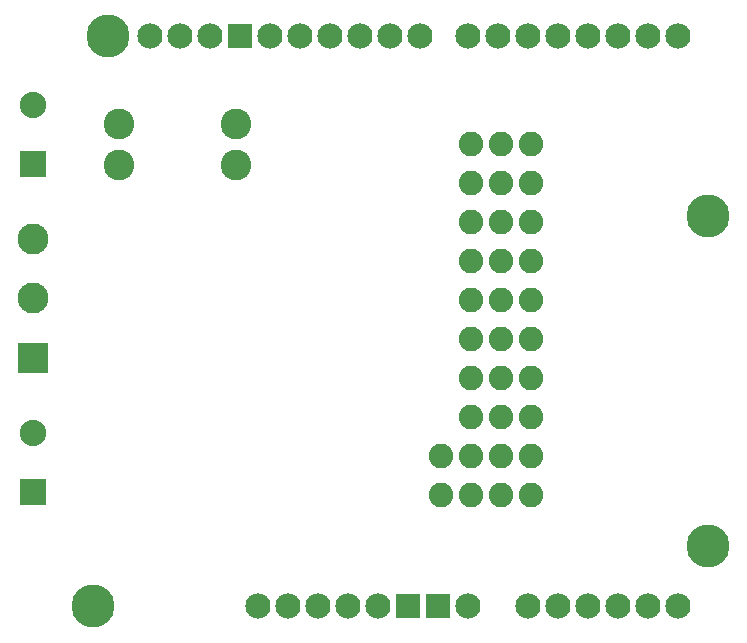
<source format=gbs>
G75*
%MOIN*%
%OFA0B0*%
%FSLAX25Y25*%
%IPPOS*%
%LPD*%
%AMOC8*
5,1,8,0,0,1.08239X$1,22.5*
%
%ADD10R,0.08800X0.08800*%
%ADD11C,0.08800*%
%ADD12C,0.08200*%
%ADD13R,0.10300X0.10300*%
%ADD14C,0.10300*%
%ADD15C,0.08400*%
%ADD16R,0.08400X0.08400*%
%ADD17C,0.14300*%
%ADD18C,0.10250*%
D10*
X0041300Y0061300D03*
X0041300Y0170700D03*
D11*
X0041300Y0190385D03*
X0041300Y0080985D03*
D12*
X0177300Y0073300D03*
X0187300Y0073300D03*
X0197300Y0073300D03*
X0207300Y0073300D03*
X0207300Y0060300D03*
X0197300Y0060300D03*
X0187300Y0060300D03*
X0177300Y0060300D03*
X0187300Y0086300D03*
X0197300Y0086300D03*
X0207300Y0086300D03*
X0207300Y0099300D03*
X0197300Y0099300D03*
X0187300Y0099300D03*
X0187300Y0112300D03*
X0197300Y0112300D03*
X0207300Y0112300D03*
X0207300Y0125300D03*
X0197300Y0125300D03*
X0187300Y0125300D03*
X0187300Y0138300D03*
X0197300Y0138300D03*
X0207300Y0138300D03*
X0207300Y0151300D03*
X0197300Y0151300D03*
X0187300Y0151300D03*
X0187300Y0164300D03*
X0197300Y0164300D03*
X0207300Y0164300D03*
X0207300Y0177300D03*
X0197300Y0177300D03*
X0187300Y0177300D03*
D13*
X0041300Y0106200D03*
D14*
X0041300Y0125885D03*
X0041300Y0145570D03*
D15*
X0080300Y0213300D03*
X0090300Y0213300D03*
X0100300Y0213300D03*
X0120300Y0213300D03*
X0130300Y0213300D03*
X0140300Y0213300D03*
X0150300Y0213300D03*
X0160300Y0213300D03*
X0170300Y0213300D03*
X0186300Y0213300D03*
X0196300Y0213300D03*
X0206300Y0213300D03*
X0216300Y0213300D03*
X0226300Y0213300D03*
X0236300Y0213300D03*
X0246300Y0213300D03*
X0256300Y0213300D03*
X0256300Y0023300D03*
X0246300Y0023300D03*
X0236300Y0023300D03*
X0226300Y0023300D03*
X0216300Y0023300D03*
X0206300Y0023300D03*
X0186300Y0023300D03*
X0156300Y0023300D03*
X0146300Y0023300D03*
X0136300Y0023300D03*
X0126300Y0023300D03*
X0116300Y0023300D03*
D16*
X0166300Y0023300D03*
X0176300Y0023300D03*
X0110300Y0213300D03*
D17*
X0061300Y0023300D03*
X0266300Y0043300D03*
X0266300Y0153300D03*
X0066300Y0213300D03*
D18*
X0069900Y0183900D03*
X0069900Y0170500D03*
X0108900Y0170500D03*
X0108900Y0183900D03*
M02*

</source>
